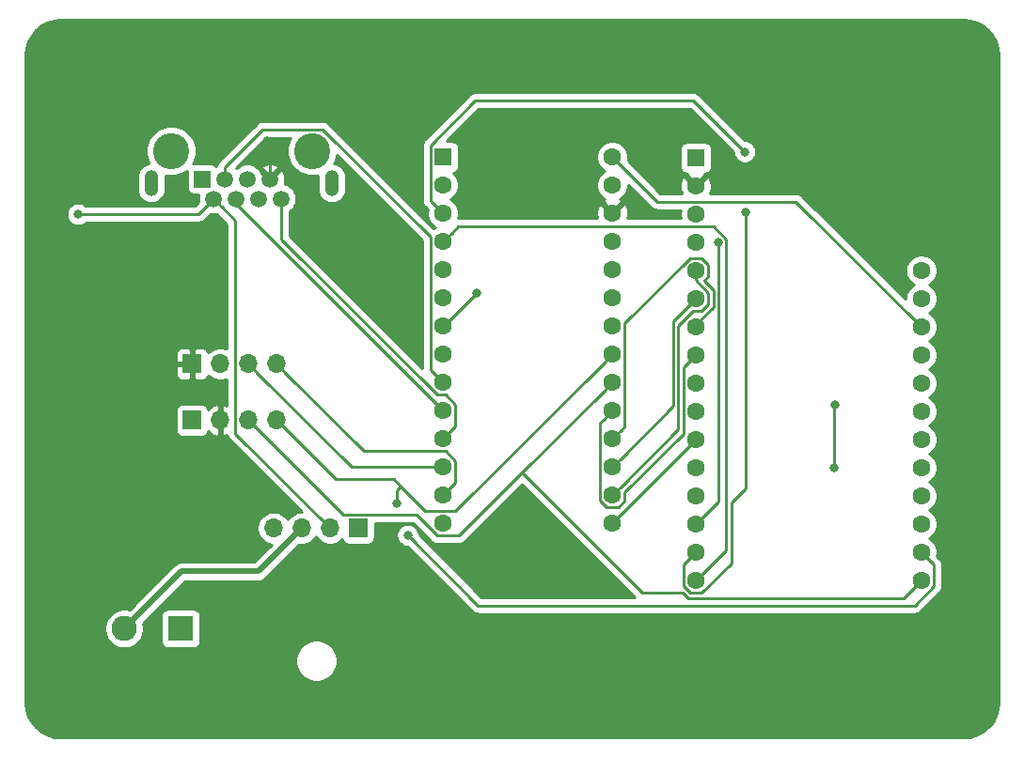
<source format=gbr>
G04 #@! TF.GenerationSoftware,KiCad,Pcbnew,(5.1.5)-3*
G04 #@! TF.CreationDate,2021-10-23T21:01:19-05:00*
G04 #@! TF.ProjectId,ControlInputTestTeensy,436f6e74-726f-46c4-996e-707574546573,rev?*
G04 #@! TF.SameCoordinates,Original*
G04 #@! TF.FileFunction,Copper,L1,Top*
G04 #@! TF.FilePolarity,Positive*
%FSLAX46Y46*%
G04 Gerber Fmt 4.6, Leading zero omitted, Abs format (unit mm)*
G04 Created by KiCad (PCBNEW (5.1.5)-3) date 2021-10-23 21:01:19*
%MOMM*%
%LPD*%
G04 APERTURE LIST*
%ADD10R,1.700000X1.700000*%
%ADD11O,1.700000X1.700000*%
%ADD12C,3.250000*%
%ADD13C,1.500000*%
%ADD14R,1.500000X1.500000*%
%ADD15O,1.259000X2.362000*%
%ADD16R,2.286000X2.286000*%
%ADD17C,2.286000*%
%ADD18C,1.600000*%
%ADD19R,1.600000X1.600000*%
%ADD20C,0.800000*%
%ADD21C,0.250000*%
%ADD22C,0.500000*%
%ADD23C,0.254000*%
G04 APERTURE END LIST*
D10*
X136000000Y-135400000D03*
D11*
X133460000Y-135400000D03*
X130920000Y-135400000D03*
X128380000Y-135400000D03*
D12*
X131848320Y-101389180D03*
X119148320Y-101389180D03*
D13*
X129059020Y-105709180D03*
X128039020Y-103929180D03*
X127029020Y-105709180D03*
X126009020Y-103929180D03*
X124999020Y-105709180D03*
X123979020Y-103929180D03*
X122969020Y-105709180D03*
D14*
X121949020Y-103929180D03*
D15*
X133628320Y-104291130D03*
X117368320Y-104291130D03*
D11*
X128650240Y-125678980D03*
X126110240Y-125678980D03*
X123570240Y-125678980D03*
D10*
X121030240Y-125678980D03*
D16*
X120010000Y-144460000D03*
D17*
X114930000Y-144460000D03*
D10*
X121030240Y-120598980D03*
D11*
X123570240Y-120598980D03*
X126110240Y-120598980D03*
X128650240Y-120598980D03*
D18*
X166397940Y-135028940D03*
X166397940Y-132488940D03*
X166397940Y-129948940D03*
X166397940Y-127408940D03*
X166397940Y-124868940D03*
X166397940Y-122328940D03*
X166397940Y-119788940D03*
X166397940Y-117248940D03*
X166397940Y-114708940D03*
X166397940Y-112168940D03*
X166397940Y-109628940D03*
X166397940Y-107088940D03*
X166397940Y-104548940D03*
D19*
X166397940Y-102008940D03*
D18*
X186697940Y-140108940D03*
X186697940Y-137568940D03*
X186697940Y-135028940D03*
X186697940Y-132488940D03*
X186697940Y-129948940D03*
X186697940Y-127408940D03*
X186697940Y-124868940D03*
X186697940Y-122328940D03*
X186697940Y-119788940D03*
X186697940Y-117248940D03*
X186697940Y-114708940D03*
X186697940Y-112168940D03*
X166397940Y-137568940D03*
X166397940Y-140108940D03*
X143637000Y-134957820D03*
X143637000Y-132417820D03*
X143637000Y-129877820D03*
X143637000Y-127337820D03*
X143637000Y-124797820D03*
X143637000Y-122257820D03*
X143637000Y-119717820D03*
X143637000Y-117177820D03*
X143637000Y-114637820D03*
X143637000Y-112097820D03*
X143637000Y-109557820D03*
X143637000Y-107017820D03*
X143637000Y-104477820D03*
D19*
X143637000Y-101937820D03*
D18*
X158877000Y-134957820D03*
X158877000Y-132417820D03*
X158877000Y-129877820D03*
X158877000Y-127337820D03*
X158877000Y-124797820D03*
X158877000Y-122257820D03*
X158877000Y-119717820D03*
X158877000Y-117177820D03*
X158877000Y-114637820D03*
X158877000Y-112097820D03*
X158877000Y-109557820D03*
X158877000Y-107017820D03*
X158877000Y-104477820D03*
X158877000Y-101937820D03*
D20*
X110769400Y-107099100D03*
X162943540Y-99202240D03*
X162854640Y-102184200D03*
X127812800Y-100528120D03*
X126133860Y-98813620D03*
X140462000Y-136032240D03*
X139463780Y-133184900D03*
X178879500Y-129951480D03*
X178965860Y-124317760D03*
X146664680Y-114223800D03*
X170802300Y-101473000D03*
X170865800Y-106895900D03*
X168391840Y-109672120D03*
D21*
X123719019Y-106459179D02*
X122969020Y-105709180D01*
X124935239Y-107675399D02*
X123719019Y-106459179D01*
X124935239Y-126875239D02*
X124935239Y-107675399D01*
X133460000Y-135400000D02*
X124935239Y-126875239D01*
X122969020Y-105709180D02*
X121579100Y-107099100D01*
X121579100Y-107099100D02*
X110769400Y-107099100D01*
X159676999Y-102737819D02*
X158877000Y-101937820D01*
X162903119Y-105963939D02*
X159676999Y-102737819D01*
X186697940Y-117248940D02*
X175412939Y-105963939D01*
X175412939Y-105963939D02*
X162903119Y-105963939D01*
X128039020Y-103929180D02*
X128039020Y-100754340D01*
X128039020Y-100754340D02*
X127812800Y-100528120D01*
D22*
X114930000Y-144460000D02*
X120083700Y-139306300D01*
X127013700Y-139306300D02*
X130920000Y-135400000D01*
X120083700Y-139306300D02*
X127013700Y-139306300D01*
D21*
X126110240Y-125678980D02*
X134647829Y-134216569D01*
X158077001Y-123057819D02*
X158877000Y-122257820D01*
X143096999Y-136082821D02*
X145051999Y-136082821D01*
X141230747Y-134216569D02*
X143096999Y-136082821D01*
X134647829Y-134216569D02*
X141230747Y-134216569D01*
X150756620Y-130398520D02*
X158077001Y-123057819D01*
X145051999Y-136082821D02*
X150756620Y-130398520D01*
X186697940Y-140108940D02*
X185069369Y-141737511D01*
X161592041Y-141233941D02*
X150756620Y-130398520D01*
X165725099Y-141737511D02*
X165221529Y-141233941D01*
X185069369Y-141737511D02*
X165725099Y-141737511D01*
X165221529Y-141233941D02*
X161592041Y-141233941D01*
X133974081Y-131002821D02*
X139209561Y-131002821D01*
X128650240Y-125678980D02*
X133974081Y-131002821D01*
X158077001Y-120517819D02*
X158877000Y-119717820D01*
X144762001Y-133832819D02*
X158077001Y-120517819D01*
X142039559Y-133832819D02*
X144762001Y-133832819D01*
X187822941Y-140648941D02*
X186107422Y-142364460D01*
X186697940Y-137568940D02*
X187822941Y-138693941D01*
X187822941Y-138693941D02*
X187822941Y-140648941D01*
X186107422Y-142364460D02*
X146794220Y-142364460D01*
X146794220Y-142364460D02*
X140462000Y-136032240D01*
X139463780Y-132003800D02*
X139821920Y-131645660D01*
X139209561Y-131002821D02*
X139821920Y-131645660D01*
X139463780Y-133184900D02*
X139463780Y-132003800D01*
X139821920Y-131645660D02*
X142039559Y-133832819D01*
X166397940Y-119788940D02*
X165272939Y-120913941D01*
X158336999Y-133542821D02*
X157751999Y-132957821D01*
X160002001Y-132957821D02*
X159417001Y-133542821D01*
X159417001Y-133542821D02*
X158336999Y-133542821D01*
X157751999Y-125922821D02*
X158077001Y-125597819D01*
X160002001Y-132139877D02*
X160002001Y-132957821D01*
X165272939Y-120913941D02*
X165272939Y-126868939D01*
X158077001Y-125597819D02*
X158877000Y-124797820D01*
X165272939Y-126868939D02*
X160002001Y-132139877D01*
X157751999Y-132957821D02*
X157751999Y-125922821D01*
X167972950Y-113982538D02*
X167124341Y-113133929D01*
X167124341Y-113107541D02*
X167522941Y-112708941D01*
X166397940Y-117010352D02*
X167972951Y-115435341D01*
X166397940Y-117248940D02*
X166397940Y-117010352D01*
X159676999Y-126537821D02*
X158877000Y-127337820D01*
X167972951Y-115435341D02*
X167972950Y-113982538D01*
X160002001Y-126212819D02*
X159676999Y-126537821D01*
X167522941Y-112708941D02*
X167522941Y-111628939D01*
X160002001Y-116899877D02*
X160002001Y-126212819D01*
X167124341Y-113133929D02*
X167124341Y-113107541D01*
X165857939Y-111043939D02*
X160002001Y-116899877D01*
X167522941Y-111628939D02*
X166937941Y-111043939D01*
X166937941Y-111043939D02*
X165857939Y-111043939D01*
X143637000Y-129877820D02*
X135389080Y-129877820D01*
X126960239Y-121448979D02*
X126110240Y-120598980D01*
X135389080Y-129877820D02*
X126960239Y-121448979D01*
X136514081Y-128462821D02*
X129500239Y-121448979D01*
X144762001Y-131292819D02*
X144762001Y-129337819D01*
X143887003Y-128462821D02*
X136514081Y-128462821D01*
X143637000Y-132417820D02*
X144762001Y-131292819D01*
X129500239Y-121448979D02*
X128650240Y-120598980D01*
X144762001Y-129337819D02*
X143887003Y-128462821D01*
X129059020Y-106769840D02*
X129059020Y-105709180D01*
X129059020Y-109344842D02*
X129059020Y-106769840D01*
X143096999Y-123382821D02*
X129059020Y-109344842D01*
X143887003Y-123382821D02*
X143096999Y-123382821D01*
X144762001Y-124257819D02*
X143887003Y-123382821D01*
X144762001Y-126212819D02*
X144762001Y-124257819D01*
X143637000Y-127337820D02*
X144762001Y-126212819D01*
X166397940Y-127436880D02*
X166397940Y-127408940D01*
X158877000Y-134957820D02*
X166397940Y-127436880D01*
X178879500Y-129951480D02*
X178879500Y-124404120D01*
X178879500Y-124404120D02*
X178965860Y-124317760D01*
X143710660Y-117177820D02*
X143637000Y-117177820D01*
X146664680Y-114223800D02*
X143710660Y-117177820D01*
X170865800Y-131833901D02*
X169595800Y-133103901D01*
X170865800Y-106895900D02*
X170865800Y-131833901D01*
X165597941Y-138368939D02*
X166397940Y-137568940D01*
X165272939Y-138693941D02*
X165597941Y-138368939D01*
X165272939Y-140648941D02*
X165272939Y-138693941D01*
X165857939Y-141233941D02*
X165272939Y-140648941D01*
X169595800Y-138576082D02*
X166937941Y-141233941D01*
X169595800Y-133103901D02*
X169595800Y-138576082D01*
X166937941Y-141233941D02*
X165857939Y-141233941D01*
X166179500Y-96850200D02*
X170802300Y-101473000D01*
X146539618Y-96850200D02*
X166179500Y-96850200D01*
X142511999Y-100877819D02*
X146539618Y-96850200D01*
X143637000Y-107017820D02*
X142511999Y-105892819D01*
X142511999Y-105892819D02*
X142511999Y-100877819D01*
X167986345Y-108213941D02*
X144980879Y-108213941D01*
X144436999Y-108757821D02*
X143637000Y-109557820D01*
X169116842Y-137390038D02*
X169116842Y-109344438D01*
X166397940Y-140108940D02*
X169116842Y-137390038D01*
X144980879Y-108213941D02*
X144436999Y-108757821D01*
X169116842Y-109344438D02*
X167986345Y-108213941D01*
X124999020Y-106159840D02*
X124999020Y-105709180D01*
X143637000Y-124797820D02*
X124999020Y-106159840D01*
X142511999Y-121132819D02*
X142837001Y-121457821D01*
X132784321Y-99439179D02*
X142511999Y-109166857D01*
X127408361Y-99439179D02*
X132784321Y-99439179D01*
X142837001Y-121457821D02*
X143637000Y-122257820D01*
X123979020Y-102868520D02*
X127408361Y-99439179D01*
X123979020Y-103929180D02*
X123979020Y-102868520D01*
X142511999Y-109166857D02*
X142511999Y-121132819D01*
X168422963Y-109703243D02*
X168391840Y-109672120D01*
X168422963Y-133003917D02*
X168422963Y-109703243D01*
X166397940Y-135028940D02*
X168422963Y-133003917D01*
X166397940Y-112168940D02*
X166397940Y-113043938D01*
X166937941Y-115833941D02*
X166147937Y-115833941D01*
X166397940Y-113043938D02*
X167522941Y-114168939D01*
X166147937Y-115833941D02*
X164822928Y-117158950D01*
X159676999Y-131617821D02*
X158877000Y-132417820D01*
X164822928Y-126471892D02*
X159676999Y-131617821D01*
X167522941Y-114168939D02*
X167522941Y-115248941D01*
X167522941Y-115248941D02*
X166937941Y-115833941D01*
X164822928Y-117158950D02*
X164822928Y-126471892D01*
X166397940Y-114708940D02*
X164372917Y-116733963D01*
X164372917Y-116733963D02*
X164372917Y-124381903D01*
X159676999Y-129077821D02*
X158877000Y-129877820D01*
X164372917Y-124381903D02*
X159676999Y-129077821D01*
D23*
G36*
X191111222Y-89623096D02*
G01*
X191699164Y-89800606D01*
X192241436Y-90088937D01*
X192717364Y-90477094D01*
X193108845Y-90950314D01*
X193400951Y-91490552D01*
X193582563Y-92077244D01*
X193650001Y-92718888D01*
X193650000Y-151097721D01*
X193586904Y-151741221D01*
X193409394Y-152329164D01*
X193121063Y-152871436D01*
X192732906Y-153347364D01*
X192259686Y-153738845D01*
X191719449Y-154030950D01*
X191132756Y-154212563D01*
X190491130Y-154280000D01*
X109252279Y-154280000D01*
X108608779Y-154216904D01*
X108020836Y-154039394D01*
X107478564Y-153751063D01*
X107002636Y-153362906D01*
X106611155Y-152889686D01*
X106319050Y-152349449D01*
X106137437Y-151762756D01*
X106070000Y-151121130D01*
X106070000Y-147173344D01*
X130343100Y-147173344D01*
X130343100Y-147544656D01*
X130415539Y-147908834D01*
X130557634Y-148251882D01*
X130763925Y-148560618D01*
X131026482Y-148823175D01*
X131335218Y-149029466D01*
X131678266Y-149171561D01*
X132042444Y-149244000D01*
X132413756Y-149244000D01*
X132777934Y-149171561D01*
X133120982Y-149029466D01*
X133429718Y-148823175D01*
X133692275Y-148560618D01*
X133898566Y-148251882D01*
X134040661Y-147908834D01*
X134113100Y-147544656D01*
X134113100Y-147173344D01*
X134040661Y-146809166D01*
X133898566Y-146466118D01*
X133692275Y-146157382D01*
X133429718Y-145894825D01*
X133120982Y-145688534D01*
X132777934Y-145546439D01*
X132413756Y-145474000D01*
X132042444Y-145474000D01*
X131678266Y-145546439D01*
X131335218Y-145688534D01*
X131026482Y-145894825D01*
X130763925Y-146157382D01*
X130557634Y-146466118D01*
X130415539Y-146809166D01*
X130343100Y-147173344D01*
X106070000Y-147173344D01*
X106070000Y-124828980D01*
X119542168Y-124828980D01*
X119542168Y-126528980D01*
X119554428Y-126653462D01*
X119590738Y-126773160D01*
X119649703Y-126883474D01*
X119729055Y-126980165D01*
X119825746Y-127059517D01*
X119936060Y-127118482D01*
X120055758Y-127154792D01*
X120180240Y-127167052D01*
X121880240Y-127167052D01*
X122004722Y-127154792D01*
X122124420Y-127118482D01*
X122234734Y-127059517D01*
X122331425Y-126980165D01*
X122410777Y-126883474D01*
X122469742Y-126773160D01*
X122494206Y-126692514D01*
X122569971Y-126776568D01*
X122803320Y-126950621D01*
X123066141Y-127075805D01*
X123213350Y-127120456D01*
X123443240Y-126999135D01*
X123443240Y-125805980D01*
X123423240Y-125805980D01*
X123423240Y-125551980D01*
X123443240Y-125551980D01*
X123443240Y-124358825D01*
X123213350Y-124237504D01*
X123066141Y-124282155D01*
X122803320Y-124407339D01*
X122569971Y-124581392D01*
X122494206Y-124665446D01*
X122469742Y-124584800D01*
X122410777Y-124474486D01*
X122331425Y-124377795D01*
X122234734Y-124298443D01*
X122124420Y-124239478D01*
X122004722Y-124203168D01*
X121880240Y-124190908D01*
X120180240Y-124190908D01*
X120055758Y-124203168D01*
X119936060Y-124239478D01*
X119825746Y-124298443D01*
X119729055Y-124377795D01*
X119649703Y-124474486D01*
X119590738Y-124584800D01*
X119554428Y-124704498D01*
X119542168Y-124828980D01*
X106070000Y-124828980D01*
X106070000Y-121448980D01*
X119542168Y-121448980D01*
X119554428Y-121573462D01*
X119590738Y-121693160D01*
X119649703Y-121803474D01*
X119729055Y-121900165D01*
X119825746Y-121979517D01*
X119936060Y-122038482D01*
X120055758Y-122074792D01*
X120180240Y-122087052D01*
X120744490Y-122083980D01*
X120903240Y-121925230D01*
X120903240Y-120725980D01*
X119703990Y-120725980D01*
X119545240Y-120884730D01*
X119542168Y-121448980D01*
X106070000Y-121448980D01*
X106070000Y-119748980D01*
X119542168Y-119748980D01*
X119545240Y-120313230D01*
X119703990Y-120471980D01*
X120903240Y-120471980D01*
X120903240Y-119272730D01*
X120744490Y-119113980D01*
X120180240Y-119110908D01*
X120055758Y-119123168D01*
X119936060Y-119159478D01*
X119825746Y-119218443D01*
X119729055Y-119297795D01*
X119649703Y-119394486D01*
X119590738Y-119504800D01*
X119554428Y-119624498D01*
X119542168Y-119748980D01*
X106070000Y-119748980D01*
X106070000Y-106997161D01*
X109734400Y-106997161D01*
X109734400Y-107201039D01*
X109774174Y-107400998D01*
X109852195Y-107589356D01*
X109965463Y-107758874D01*
X110109626Y-107903037D01*
X110279144Y-108016305D01*
X110467502Y-108094326D01*
X110667461Y-108134100D01*
X110871339Y-108134100D01*
X111071298Y-108094326D01*
X111259656Y-108016305D01*
X111429174Y-107903037D01*
X111473111Y-107859100D01*
X121541778Y-107859100D01*
X121579100Y-107862776D01*
X121616422Y-107859100D01*
X121616433Y-107859100D01*
X121728086Y-107848103D01*
X121871347Y-107804646D01*
X122003376Y-107734074D01*
X122119101Y-107639101D01*
X122142904Y-107610097D01*
X122687655Y-107065347D01*
X122832609Y-107094180D01*
X123105431Y-107094180D01*
X123250385Y-107065347D01*
X124175240Y-107990202D01*
X124175239Y-119242227D01*
X124003398Y-119171048D01*
X123716500Y-119113980D01*
X123423980Y-119113980D01*
X123137082Y-119171048D01*
X122866829Y-119282990D01*
X122623608Y-119445505D01*
X122491753Y-119577360D01*
X122469742Y-119504800D01*
X122410777Y-119394486D01*
X122331425Y-119297795D01*
X122234734Y-119218443D01*
X122124420Y-119159478D01*
X122004722Y-119123168D01*
X121880240Y-119110908D01*
X121315990Y-119113980D01*
X121157240Y-119272730D01*
X121157240Y-120471980D01*
X121177240Y-120471980D01*
X121177240Y-120725980D01*
X121157240Y-120725980D01*
X121157240Y-121925230D01*
X121315990Y-122083980D01*
X121880240Y-122087052D01*
X122004722Y-122074792D01*
X122124420Y-122038482D01*
X122234734Y-121979517D01*
X122331425Y-121900165D01*
X122410777Y-121803474D01*
X122469742Y-121693160D01*
X122491753Y-121620600D01*
X122623608Y-121752455D01*
X122866829Y-121914970D01*
X123137082Y-122026912D01*
X123423980Y-122083980D01*
X123716500Y-122083980D01*
X124003398Y-122026912D01*
X124175239Y-121955733D01*
X124175239Y-124330215D01*
X124074339Y-124282155D01*
X123927130Y-124237504D01*
X123697240Y-124358825D01*
X123697240Y-125551980D01*
X123717240Y-125551980D01*
X123717240Y-125805980D01*
X123697240Y-125805980D01*
X123697240Y-126999135D01*
X123927130Y-127120456D01*
X124074339Y-127075805D01*
X124186075Y-127022584D01*
X124186236Y-127024224D01*
X124225843Y-127154792D01*
X124229693Y-127167485D01*
X124300265Y-127299515D01*
X124340110Y-127348065D01*
X124395238Y-127415240D01*
X124424242Y-127439043D01*
X130900198Y-133915000D01*
X130773740Y-133915000D01*
X130486842Y-133972068D01*
X130216589Y-134084010D01*
X129973368Y-134246525D01*
X129766525Y-134453368D01*
X129650000Y-134627760D01*
X129533475Y-134453368D01*
X129326632Y-134246525D01*
X129083411Y-134084010D01*
X128813158Y-133972068D01*
X128526260Y-133915000D01*
X128233740Y-133915000D01*
X127946842Y-133972068D01*
X127676589Y-134084010D01*
X127433368Y-134246525D01*
X127226525Y-134453368D01*
X127064010Y-134696589D01*
X126952068Y-134966842D01*
X126895000Y-135253740D01*
X126895000Y-135546260D01*
X126952068Y-135833158D01*
X127064010Y-136103411D01*
X127226525Y-136346632D01*
X127433368Y-136553475D01*
X127676589Y-136715990D01*
X127946842Y-136827932D01*
X128191770Y-136876652D01*
X126647122Y-138421300D01*
X120127165Y-138421300D01*
X120083699Y-138417019D01*
X120040233Y-138421300D01*
X120040223Y-138421300D01*
X119910210Y-138434105D01*
X119743387Y-138484711D01*
X119589641Y-138566889D01*
X119589639Y-138566890D01*
X119589640Y-138566890D01*
X119488653Y-138649768D01*
X119488651Y-138649770D01*
X119454883Y-138677483D01*
X119427170Y-138711251D01*
X115398136Y-142740285D01*
X115105118Y-142682000D01*
X114754882Y-142682000D01*
X114411377Y-142750328D01*
X114087801Y-142884357D01*
X113796591Y-143078937D01*
X113548937Y-143326591D01*
X113354357Y-143617801D01*
X113220328Y-143941377D01*
X113152000Y-144284882D01*
X113152000Y-144635118D01*
X113220328Y-144978623D01*
X113354357Y-145302199D01*
X113548937Y-145593409D01*
X113796591Y-145841063D01*
X114087801Y-146035643D01*
X114411377Y-146169672D01*
X114754882Y-146238000D01*
X115105118Y-146238000D01*
X115448623Y-146169672D01*
X115772199Y-146035643D01*
X116063409Y-145841063D01*
X116311063Y-145593409D01*
X116505643Y-145302199D01*
X116639672Y-144978623D01*
X116708000Y-144635118D01*
X116708000Y-144284882D01*
X116649715Y-143991864D01*
X117324579Y-143317000D01*
X118228928Y-143317000D01*
X118228928Y-145603000D01*
X118241188Y-145727482D01*
X118277498Y-145847180D01*
X118336463Y-145957494D01*
X118415815Y-146054185D01*
X118512506Y-146133537D01*
X118622820Y-146192502D01*
X118742518Y-146228812D01*
X118867000Y-146241072D01*
X121153000Y-146241072D01*
X121277482Y-146228812D01*
X121397180Y-146192502D01*
X121507494Y-146133537D01*
X121604185Y-146054185D01*
X121683537Y-145957494D01*
X121742502Y-145847180D01*
X121778812Y-145727482D01*
X121791072Y-145603000D01*
X121791072Y-143317000D01*
X121778812Y-143192518D01*
X121742502Y-143072820D01*
X121683537Y-142962506D01*
X121604185Y-142865815D01*
X121507494Y-142786463D01*
X121397180Y-142727498D01*
X121277482Y-142691188D01*
X121153000Y-142678928D01*
X118867000Y-142678928D01*
X118742518Y-142691188D01*
X118622820Y-142727498D01*
X118512506Y-142786463D01*
X118415815Y-142865815D01*
X118336463Y-142962506D01*
X118277498Y-143072820D01*
X118241188Y-143192518D01*
X118228928Y-143317000D01*
X117324579Y-143317000D01*
X120450279Y-140191300D01*
X126970231Y-140191300D01*
X127013700Y-140195581D01*
X127057169Y-140191300D01*
X127057177Y-140191300D01*
X127187190Y-140178495D01*
X127354013Y-140127889D01*
X127507759Y-140045711D01*
X127642517Y-139935117D01*
X127670234Y-139901344D01*
X130701040Y-136870539D01*
X130773740Y-136885000D01*
X131066260Y-136885000D01*
X131353158Y-136827932D01*
X131623411Y-136715990D01*
X131866632Y-136553475D01*
X132073475Y-136346632D01*
X132190000Y-136172240D01*
X132306525Y-136346632D01*
X132513368Y-136553475D01*
X132756589Y-136715990D01*
X133026842Y-136827932D01*
X133313740Y-136885000D01*
X133606260Y-136885000D01*
X133893158Y-136827932D01*
X134163411Y-136715990D01*
X134406632Y-136553475D01*
X134538487Y-136421620D01*
X134560498Y-136494180D01*
X134619463Y-136604494D01*
X134698815Y-136701185D01*
X134795506Y-136780537D01*
X134905820Y-136839502D01*
X135025518Y-136875812D01*
X135150000Y-136888072D01*
X136850000Y-136888072D01*
X136974482Y-136875812D01*
X137094180Y-136839502D01*
X137204494Y-136780537D01*
X137301185Y-136701185D01*
X137380537Y-136604494D01*
X137439502Y-136494180D01*
X137475812Y-136374482D01*
X137488072Y-136250000D01*
X137488072Y-134976569D01*
X140915946Y-134976569D01*
X142533200Y-136593824D01*
X142556998Y-136622822D01*
X142585996Y-136646620D01*
X142672722Y-136717795D01*
X142742447Y-136755064D01*
X142804752Y-136788367D01*
X142948013Y-136831824D01*
X143059666Y-136842821D01*
X143059676Y-136842821D01*
X143096999Y-136846497D01*
X143134322Y-136842821D01*
X145013995Y-136842821D01*
X145050637Y-136846496D01*
X145088645Y-136842821D01*
X145089332Y-136842821D01*
X145126213Y-136839188D01*
X145199648Y-136832088D01*
X145200300Y-136831891D01*
X145200985Y-136831824D01*
X145272286Y-136810195D01*
X145342986Y-136788887D01*
X145343588Y-136788567D01*
X145344246Y-136788367D01*
X145409856Y-136753297D01*
X145475141Y-136718551D01*
X145475670Y-136718118D01*
X145476275Y-136717795D01*
X145533849Y-136670545D01*
X145561994Y-136647531D01*
X145562470Y-136647056D01*
X145592000Y-136622822D01*
X145615372Y-136594343D01*
X150755663Y-131472364D01*
X160887758Y-141604460D01*
X147109023Y-141604460D01*
X141497000Y-135992439D01*
X141497000Y-135930301D01*
X141457226Y-135730342D01*
X141379205Y-135541984D01*
X141265937Y-135372466D01*
X141121774Y-135228303D01*
X140952256Y-135115035D01*
X140763898Y-135037014D01*
X140563939Y-134997240D01*
X140360061Y-134997240D01*
X140160102Y-135037014D01*
X139971744Y-135115035D01*
X139802226Y-135228303D01*
X139658063Y-135372466D01*
X139544795Y-135541984D01*
X139466774Y-135730342D01*
X139427000Y-135930301D01*
X139427000Y-136134179D01*
X139466774Y-136334138D01*
X139544795Y-136522496D01*
X139658063Y-136692014D01*
X139802226Y-136836177D01*
X139971744Y-136949445D01*
X140160102Y-137027466D01*
X140360061Y-137067240D01*
X140422199Y-137067240D01*
X146230425Y-142875468D01*
X146254219Y-142904461D01*
X146283212Y-142928255D01*
X146283216Y-142928259D01*
X146324947Y-142962506D01*
X146369944Y-142999434D01*
X146501973Y-143070006D01*
X146645234Y-143113463D01*
X146756887Y-143124460D01*
X146756896Y-143124460D01*
X146794219Y-143128136D01*
X146831542Y-143124460D01*
X186070100Y-143124460D01*
X186107422Y-143128136D01*
X186144744Y-143124460D01*
X186144755Y-143124460D01*
X186256408Y-143113463D01*
X186399669Y-143070006D01*
X186531698Y-142999434D01*
X186647423Y-142904461D01*
X186671226Y-142875457D01*
X188333944Y-141212740D01*
X188362942Y-141188942D01*
X188457915Y-141073217D01*
X188528487Y-140941188D01*
X188571944Y-140797927D01*
X188582941Y-140686274D01*
X188582941Y-140686265D01*
X188586617Y-140648942D01*
X188582941Y-140611619D01*
X188582941Y-138731266D01*
X188586617Y-138693941D01*
X188582941Y-138656616D01*
X188582941Y-138656608D01*
X188571944Y-138544955D01*
X188528487Y-138401694D01*
X188457915Y-138269665D01*
X188362942Y-138153940D01*
X188333945Y-138130143D01*
X188096628Y-137892826D01*
X188132940Y-137710275D01*
X188132940Y-137427605D01*
X188077793Y-137150366D01*
X187969620Y-136889213D01*
X187812577Y-136654181D01*
X187612699Y-136454303D01*
X187380181Y-136298940D01*
X187612699Y-136143577D01*
X187812577Y-135943699D01*
X187969620Y-135708667D01*
X188077793Y-135447514D01*
X188132940Y-135170275D01*
X188132940Y-134887605D01*
X188077793Y-134610366D01*
X187969620Y-134349213D01*
X187812577Y-134114181D01*
X187612699Y-133914303D01*
X187380181Y-133758940D01*
X187612699Y-133603577D01*
X187812577Y-133403699D01*
X187969620Y-133168667D01*
X188077793Y-132907514D01*
X188132940Y-132630275D01*
X188132940Y-132347605D01*
X188077793Y-132070366D01*
X187969620Y-131809213D01*
X187812577Y-131574181D01*
X187612699Y-131374303D01*
X187380181Y-131218940D01*
X187612699Y-131063577D01*
X187812577Y-130863699D01*
X187969620Y-130628667D01*
X188077793Y-130367514D01*
X188132940Y-130090275D01*
X188132940Y-129807605D01*
X188077793Y-129530366D01*
X187969620Y-129269213D01*
X187812577Y-129034181D01*
X187612699Y-128834303D01*
X187380181Y-128678940D01*
X187612699Y-128523577D01*
X187812577Y-128323699D01*
X187969620Y-128088667D01*
X188077793Y-127827514D01*
X188132940Y-127550275D01*
X188132940Y-127267605D01*
X188077793Y-126990366D01*
X187969620Y-126729213D01*
X187812577Y-126494181D01*
X187612699Y-126294303D01*
X187380181Y-126138940D01*
X187612699Y-125983577D01*
X187812577Y-125783699D01*
X187969620Y-125548667D01*
X188077793Y-125287514D01*
X188132940Y-125010275D01*
X188132940Y-124727605D01*
X188077793Y-124450366D01*
X187969620Y-124189213D01*
X187812577Y-123954181D01*
X187612699Y-123754303D01*
X187380181Y-123598940D01*
X187612699Y-123443577D01*
X187812577Y-123243699D01*
X187969620Y-123008667D01*
X188077793Y-122747514D01*
X188132940Y-122470275D01*
X188132940Y-122187605D01*
X188077793Y-121910366D01*
X187969620Y-121649213D01*
X187812577Y-121414181D01*
X187612699Y-121214303D01*
X187380181Y-121058940D01*
X187612699Y-120903577D01*
X187812577Y-120703699D01*
X187969620Y-120468667D01*
X188077793Y-120207514D01*
X188132940Y-119930275D01*
X188132940Y-119647605D01*
X188077793Y-119370366D01*
X187969620Y-119109213D01*
X187812577Y-118874181D01*
X187612699Y-118674303D01*
X187380181Y-118518940D01*
X187612699Y-118363577D01*
X187812577Y-118163699D01*
X187969620Y-117928667D01*
X188077793Y-117667514D01*
X188132940Y-117390275D01*
X188132940Y-117107605D01*
X188077793Y-116830366D01*
X187969620Y-116569213D01*
X187812577Y-116334181D01*
X187612699Y-116134303D01*
X187380181Y-115978940D01*
X187612699Y-115823577D01*
X187812577Y-115623699D01*
X187969620Y-115388667D01*
X188077793Y-115127514D01*
X188132940Y-114850275D01*
X188132940Y-114567605D01*
X188077793Y-114290366D01*
X187969620Y-114029213D01*
X187812577Y-113794181D01*
X187612699Y-113594303D01*
X187380181Y-113438940D01*
X187612699Y-113283577D01*
X187812577Y-113083699D01*
X187969620Y-112848667D01*
X188077793Y-112587514D01*
X188132940Y-112310275D01*
X188132940Y-112027605D01*
X188077793Y-111750366D01*
X187969620Y-111489213D01*
X187812577Y-111254181D01*
X187612699Y-111054303D01*
X187377667Y-110897260D01*
X187116514Y-110789087D01*
X186839275Y-110733940D01*
X186556605Y-110733940D01*
X186279366Y-110789087D01*
X186018213Y-110897260D01*
X185783181Y-111054303D01*
X185583303Y-111254181D01*
X185426260Y-111489213D01*
X185318087Y-111750366D01*
X185262940Y-112027605D01*
X185262940Y-112310275D01*
X185318087Y-112587514D01*
X185426260Y-112848667D01*
X185583303Y-113083699D01*
X185783181Y-113283577D01*
X186015699Y-113438940D01*
X185783181Y-113594303D01*
X185583303Y-113794181D01*
X185426260Y-114029213D01*
X185318087Y-114290366D01*
X185262940Y-114567605D01*
X185262940Y-114739137D01*
X175976743Y-105452942D01*
X175952940Y-105423938D01*
X175837215Y-105328965D01*
X175705186Y-105258393D01*
X175561925Y-105214936D01*
X175450272Y-105203939D01*
X175450261Y-105203939D01*
X175412939Y-105200263D01*
X175375617Y-105203939D01*
X167675547Y-105203939D01*
X167755511Y-105034944D01*
X167824240Y-104760756D01*
X167838157Y-104478428D01*
X167796727Y-104198810D01*
X167701543Y-103932648D01*
X167634611Y-103807426D01*
X167390642Y-103735843D01*
X166577545Y-104548940D01*
X166591688Y-104563083D01*
X166412083Y-104742688D01*
X166397940Y-104728545D01*
X166383798Y-104742688D01*
X166204193Y-104563083D01*
X166218335Y-104548940D01*
X165405238Y-103735843D01*
X165161269Y-103807426D01*
X165040369Y-104062936D01*
X164971640Y-104337124D01*
X164957723Y-104619452D01*
X164999153Y-104899070D01*
X165094337Y-105165232D01*
X165115026Y-105203939D01*
X163217921Y-105203939D01*
X160275688Y-102261707D01*
X160312000Y-102079155D01*
X160312000Y-101796485D01*
X160256853Y-101519246D01*
X160148680Y-101258093D01*
X160115838Y-101208940D01*
X164959868Y-101208940D01*
X164959868Y-102808940D01*
X164972128Y-102933422D01*
X165008438Y-103053120D01*
X165067403Y-103163434D01*
X165146755Y-103260125D01*
X165243446Y-103339477D01*
X165353760Y-103398442D01*
X165473458Y-103434752D01*
X165597940Y-103447012D01*
X165616891Y-103447012D01*
X165584843Y-103556238D01*
X166397940Y-104369335D01*
X167211037Y-103556238D01*
X167178989Y-103447012D01*
X167197940Y-103447012D01*
X167322422Y-103434752D01*
X167442120Y-103398442D01*
X167552434Y-103339477D01*
X167649125Y-103260125D01*
X167728477Y-103163434D01*
X167787442Y-103053120D01*
X167823752Y-102933422D01*
X167836012Y-102808940D01*
X167836012Y-101208940D01*
X167823752Y-101084458D01*
X167787442Y-100964760D01*
X167728477Y-100854446D01*
X167649125Y-100757755D01*
X167552434Y-100678403D01*
X167442120Y-100619438D01*
X167322422Y-100583128D01*
X167197940Y-100570868D01*
X165597940Y-100570868D01*
X165473458Y-100583128D01*
X165353760Y-100619438D01*
X165243446Y-100678403D01*
X165146755Y-100757755D01*
X165067403Y-100854446D01*
X165008438Y-100964760D01*
X164972128Y-101084458D01*
X164959868Y-101208940D01*
X160115838Y-101208940D01*
X159991637Y-101023061D01*
X159791759Y-100823183D01*
X159556727Y-100666140D01*
X159295574Y-100557967D01*
X159018335Y-100502820D01*
X158735665Y-100502820D01*
X158458426Y-100557967D01*
X158197273Y-100666140D01*
X157962241Y-100823183D01*
X157762363Y-101023061D01*
X157605320Y-101258093D01*
X157497147Y-101519246D01*
X157442000Y-101796485D01*
X157442000Y-102079155D01*
X157497147Y-102356394D01*
X157605320Y-102617547D01*
X157762363Y-102852579D01*
X157962241Y-103052457D01*
X158194759Y-103207820D01*
X157962241Y-103363183D01*
X157762363Y-103563061D01*
X157605320Y-103798093D01*
X157497147Y-104059246D01*
X157442000Y-104336485D01*
X157442000Y-104619155D01*
X157497147Y-104896394D01*
X157605320Y-105157547D01*
X157762363Y-105392579D01*
X157962241Y-105592457D01*
X158196128Y-105748735D01*
X158135486Y-105781149D01*
X158063903Y-106025118D01*
X158877000Y-106838215D01*
X159690097Y-106025118D01*
X159618514Y-105781149D01*
X159554008Y-105750626D01*
X159556727Y-105749500D01*
X159791759Y-105592457D01*
X159991637Y-105392579D01*
X160148680Y-105157547D01*
X160256853Y-104896394D01*
X160312000Y-104619155D01*
X160312000Y-104447621D01*
X162339319Y-106474941D01*
X162363118Y-106503940D01*
X162478843Y-106598913D01*
X162610872Y-106669485D01*
X162754133Y-106712942D01*
X162865786Y-106723939D01*
X162865794Y-106723939D01*
X162903119Y-106727615D01*
X162940444Y-106723939D01*
X165007431Y-106723939D01*
X164962940Y-106947605D01*
X164962940Y-107230275D01*
X165007431Y-107453941D01*
X160247075Y-107453941D01*
X160303300Y-107229636D01*
X160317217Y-106947308D01*
X160275787Y-106667690D01*
X160180603Y-106401528D01*
X160113671Y-106276306D01*
X159869702Y-106204723D01*
X159056605Y-107017820D01*
X159070748Y-107031963D01*
X158891143Y-107211568D01*
X158877000Y-107197425D01*
X158862858Y-107211568D01*
X158683253Y-107031963D01*
X158697395Y-107017820D01*
X157884298Y-106204723D01*
X157640329Y-106276306D01*
X157519429Y-106531816D01*
X157450700Y-106806004D01*
X157436783Y-107088332D01*
X157478213Y-107367950D01*
X157508965Y-107453941D01*
X145018201Y-107453941D01*
X145009923Y-107453126D01*
X145016853Y-107436394D01*
X145072000Y-107159155D01*
X145072000Y-106876485D01*
X145016853Y-106599246D01*
X144908680Y-106338093D01*
X144751637Y-106103061D01*
X144551759Y-105903183D01*
X144319241Y-105747820D01*
X144551759Y-105592457D01*
X144751637Y-105392579D01*
X144908680Y-105157547D01*
X145016853Y-104896394D01*
X145072000Y-104619155D01*
X145072000Y-104336485D01*
X145016853Y-104059246D01*
X144908680Y-103798093D01*
X144751637Y-103563061D01*
X144553039Y-103364463D01*
X144561482Y-103363632D01*
X144681180Y-103327322D01*
X144791494Y-103268357D01*
X144888185Y-103189005D01*
X144967537Y-103092314D01*
X145026502Y-102982000D01*
X145062812Y-102862302D01*
X145075072Y-102737820D01*
X145075072Y-101137820D01*
X145062812Y-101013338D01*
X145026502Y-100893640D01*
X144967537Y-100783326D01*
X144888185Y-100686635D01*
X144791494Y-100607283D01*
X144681180Y-100548318D01*
X144561482Y-100512008D01*
X144437000Y-100499748D01*
X143964871Y-100499748D01*
X146854421Y-97610200D01*
X165864699Y-97610200D01*
X169767300Y-101512803D01*
X169767300Y-101574939D01*
X169807074Y-101774898D01*
X169885095Y-101963256D01*
X169998363Y-102132774D01*
X170142526Y-102276937D01*
X170312044Y-102390205D01*
X170500402Y-102468226D01*
X170700361Y-102508000D01*
X170904239Y-102508000D01*
X171104198Y-102468226D01*
X171292556Y-102390205D01*
X171462074Y-102276937D01*
X171606237Y-102132774D01*
X171719505Y-101963256D01*
X171797526Y-101774898D01*
X171837300Y-101574939D01*
X171837300Y-101371061D01*
X171797526Y-101171102D01*
X171719505Y-100982744D01*
X171606237Y-100813226D01*
X171462074Y-100669063D01*
X171292556Y-100555795D01*
X171104198Y-100477774D01*
X170904239Y-100438000D01*
X170842103Y-100438000D01*
X166743304Y-96339203D01*
X166719501Y-96310199D01*
X166603776Y-96215226D01*
X166471747Y-96144654D01*
X166328486Y-96101197D01*
X166216833Y-96090200D01*
X166216822Y-96090200D01*
X166179500Y-96086524D01*
X166142178Y-96090200D01*
X146576940Y-96090200D01*
X146539617Y-96086524D01*
X146502294Y-96090200D01*
X146502285Y-96090200D01*
X146390632Y-96101197D01*
X146247371Y-96144654D01*
X146115342Y-96215226D01*
X146115340Y-96215227D01*
X146115341Y-96215227D01*
X146028614Y-96286401D01*
X146028610Y-96286405D01*
X145999617Y-96310199D01*
X145975823Y-96339192D01*
X142000997Y-100314020D01*
X141971999Y-100337818D01*
X141948201Y-100366816D01*
X141948200Y-100366817D01*
X141877025Y-100453543D01*
X141806453Y-100585573D01*
X141762997Y-100728834D01*
X141748323Y-100877819D01*
X141752000Y-100915151D01*
X141751999Y-105855496D01*
X141748323Y-105892819D01*
X141751999Y-105930141D01*
X141751999Y-105930151D01*
X141762996Y-106041804D01*
X141805491Y-106181895D01*
X141806453Y-106185065D01*
X141877025Y-106317095D01*
X141908871Y-106355899D01*
X141971998Y-106432820D01*
X142001001Y-106456623D01*
X142238312Y-106693933D01*
X142202000Y-106876485D01*
X142202000Y-107159155D01*
X142257147Y-107436394D01*
X142365320Y-107697547D01*
X142522363Y-107932579D01*
X142722241Y-108132457D01*
X142954759Y-108287820D01*
X142806696Y-108386752D01*
X133348125Y-98928182D01*
X133324322Y-98899178D01*
X133208597Y-98804205D01*
X133076568Y-98733633D01*
X132933307Y-98690176D01*
X132821654Y-98679179D01*
X132821643Y-98679179D01*
X132784321Y-98675503D01*
X132746999Y-98679179D01*
X127445694Y-98679179D01*
X127408361Y-98675502D01*
X127371028Y-98679179D01*
X127259375Y-98690176D01*
X127116114Y-98733633D01*
X126984085Y-98804205D01*
X126868360Y-98899178D01*
X126844562Y-98928176D01*
X123468018Y-102304721D01*
X123439020Y-102328519D01*
X123415222Y-102357517D01*
X123415221Y-102357518D01*
X123344046Y-102444244D01*
X123273474Y-102576274D01*
X123230018Y-102719535D01*
X123225338Y-102767049D01*
X123197514Y-102785641D01*
X123150205Y-102727995D01*
X123053514Y-102648643D01*
X122943200Y-102589678D01*
X122823502Y-102553368D01*
X122699020Y-102541108D01*
X121199020Y-102541108D01*
X121089497Y-102551895D01*
X121151106Y-102459691D01*
X121321469Y-102048398D01*
X121408320Y-101611771D01*
X121408320Y-101166589D01*
X121321469Y-100729962D01*
X121151106Y-100318669D01*
X120903776Y-99948514D01*
X120588986Y-99633724D01*
X120218831Y-99386394D01*
X119807538Y-99216031D01*
X119370911Y-99129180D01*
X118925729Y-99129180D01*
X118489102Y-99216031D01*
X118077809Y-99386394D01*
X117707654Y-99633724D01*
X117392864Y-99948514D01*
X117145534Y-100318669D01*
X116975171Y-100729962D01*
X116888320Y-101166589D01*
X116888320Y-101611771D01*
X116975171Y-102048398D01*
X117145534Y-102459691D01*
X117165134Y-102489024D01*
X117120435Y-102493427D01*
X116882076Y-102565732D01*
X116662402Y-102683150D01*
X116469857Y-102841167D01*
X116311840Y-103033713D01*
X116194422Y-103253387D01*
X116122117Y-103491746D01*
X116103820Y-103677515D01*
X116103820Y-104904746D01*
X116122117Y-105090515D01*
X116194422Y-105328874D01*
X116311840Y-105548548D01*
X116469858Y-105741093D01*
X116662403Y-105899110D01*
X116882077Y-106016528D01*
X117120436Y-106088833D01*
X117368320Y-106113248D01*
X117616205Y-106088833D01*
X117854564Y-106016528D01*
X118074238Y-105899110D01*
X118266783Y-105741093D01*
X118424800Y-105548548D01*
X118542218Y-105328874D01*
X118614523Y-105090515D01*
X118632820Y-104904746D01*
X118632820Y-103677514D01*
X118624120Y-103589186D01*
X118925729Y-103649180D01*
X119370911Y-103649180D01*
X119807538Y-103562329D01*
X120218831Y-103391966D01*
X120562615Y-103162257D01*
X120560948Y-103179180D01*
X120560948Y-104679180D01*
X120573208Y-104803662D01*
X120609518Y-104923360D01*
X120668483Y-105033674D01*
X120747835Y-105130365D01*
X120844526Y-105209717D01*
X120954840Y-105268682D01*
X121074538Y-105304992D01*
X121199020Y-105317252D01*
X121634846Y-105317252D01*
X121584020Y-105572769D01*
X121584020Y-105845591D01*
X121612853Y-105990545D01*
X121264299Y-106339100D01*
X111473111Y-106339100D01*
X111429174Y-106295163D01*
X111259656Y-106181895D01*
X111071298Y-106103874D01*
X110871339Y-106064100D01*
X110667461Y-106064100D01*
X110467502Y-106103874D01*
X110279144Y-106181895D01*
X110109626Y-106295163D01*
X109965463Y-106439326D01*
X109852195Y-106608844D01*
X109774174Y-106797202D01*
X109734400Y-106997161D01*
X106070000Y-106997161D01*
X106070000Y-92742279D01*
X106133096Y-92098778D01*
X106310606Y-91510836D01*
X106598937Y-90968564D01*
X106987094Y-90492636D01*
X107460314Y-90101155D01*
X108000552Y-89809049D01*
X108587244Y-89627437D01*
X109228879Y-89560000D01*
X190467721Y-89560000D01*
X191111222Y-89623096D01*
G37*
X191111222Y-89623096D02*
X191699164Y-89800606D01*
X192241436Y-90088937D01*
X192717364Y-90477094D01*
X193108845Y-90950314D01*
X193400951Y-91490552D01*
X193582563Y-92077244D01*
X193650001Y-92718888D01*
X193650000Y-151097721D01*
X193586904Y-151741221D01*
X193409394Y-152329164D01*
X193121063Y-152871436D01*
X192732906Y-153347364D01*
X192259686Y-153738845D01*
X191719449Y-154030950D01*
X191132756Y-154212563D01*
X190491130Y-154280000D01*
X109252279Y-154280000D01*
X108608779Y-154216904D01*
X108020836Y-154039394D01*
X107478564Y-153751063D01*
X107002636Y-153362906D01*
X106611155Y-152889686D01*
X106319050Y-152349449D01*
X106137437Y-151762756D01*
X106070000Y-151121130D01*
X106070000Y-147173344D01*
X130343100Y-147173344D01*
X130343100Y-147544656D01*
X130415539Y-147908834D01*
X130557634Y-148251882D01*
X130763925Y-148560618D01*
X131026482Y-148823175D01*
X131335218Y-149029466D01*
X131678266Y-149171561D01*
X132042444Y-149244000D01*
X132413756Y-149244000D01*
X132777934Y-149171561D01*
X133120982Y-149029466D01*
X133429718Y-148823175D01*
X133692275Y-148560618D01*
X133898566Y-148251882D01*
X134040661Y-147908834D01*
X134113100Y-147544656D01*
X134113100Y-147173344D01*
X134040661Y-146809166D01*
X133898566Y-146466118D01*
X133692275Y-146157382D01*
X133429718Y-145894825D01*
X133120982Y-145688534D01*
X132777934Y-145546439D01*
X132413756Y-145474000D01*
X132042444Y-145474000D01*
X131678266Y-145546439D01*
X131335218Y-145688534D01*
X131026482Y-145894825D01*
X130763925Y-146157382D01*
X130557634Y-146466118D01*
X130415539Y-146809166D01*
X130343100Y-147173344D01*
X106070000Y-147173344D01*
X106070000Y-124828980D01*
X119542168Y-124828980D01*
X119542168Y-126528980D01*
X119554428Y-126653462D01*
X119590738Y-126773160D01*
X119649703Y-126883474D01*
X119729055Y-126980165D01*
X119825746Y-127059517D01*
X119936060Y-127118482D01*
X120055758Y-127154792D01*
X120180240Y-127167052D01*
X121880240Y-127167052D01*
X122004722Y-127154792D01*
X122124420Y-127118482D01*
X122234734Y-127059517D01*
X122331425Y-126980165D01*
X122410777Y-126883474D01*
X122469742Y-126773160D01*
X122494206Y-126692514D01*
X122569971Y-126776568D01*
X122803320Y-126950621D01*
X123066141Y-127075805D01*
X123213350Y-127120456D01*
X123443240Y-126999135D01*
X123443240Y-125805980D01*
X123423240Y-125805980D01*
X123423240Y-125551980D01*
X123443240Y-125551980D01*
X123443240Y-124358825D01*
X123213350Y-124237504D01*
X123066141Y-124282155D01*
X122803320Y-124407339D01*
X122569971Y-124581392D01*
X122494206Y-124665446D01*
X122469742Y-124584800D01*
X122410777Y-124474486D01*
X122331425Y-124377795D01*
X122234734Y-124298443D01*
X122124420Y-124239478D01*
X122004722Y-124203168D01*
X121880240Y-124190908D01*
X120180240Y-124190908D01*
X120055758Y-124203168D01*
X119936060Y-124239478D01*
X119825746Y-124298443D01*
X119729055Y-124377795D01*
X119649703Y-124474486D01*
X119590738Y-124584800D01*
X119554428Y-124704498D01*
X119542168Y-124828980D01*
X106070000Y-124828980D01*
X106070000Y-121448980D01*
X119542168Y-121448980D01*
X119554428Y-121573462D01*
X119590738Y-121693160D01*
X119649703Y-121803474D01*
X119729055Y-121900165D01*
X119825746Y-121979517D01*
X119936060Y-122038482D01*
X120055758Y-122074792D01*
X120180240Y-122087052D01*
X120744490Y-122083980D01*
X120903240Y-121925230D01*
X120903240Y-120725980D01*
X119703990Y-120725980D01*
X119545240Y-120884730D01*
X119542168Y-121448980D01*
X106070000Y-121448980D01*
X106070000Y-119748980D01*
X119542168Y-119748980D01*
X119545240Y-120313230D01*
X119703990Y-120471980D01*
X120903240Y-120471980D01*
X120903240Y-119272730D01*
X120744490Y-119113980D01*
X120180240Y-119110908D01*
X120055758Y-119123168D01*
X119936060Y-119159478D01*
X119825746Y-119218443D01*
X119729055Y-119297795D01*
X119649703Y-119394486D01*
X119590738Y-119504800D01*
X119554428Y-119624498D01*
X119542168Y-119748980D01*
X106070000Y-119748980D01*
X106070000Y-106997161D01*
X109734400Y-106997161D01*
X109734400Y-107201039D01*
X109774174Y-107400998D01*
X109852195Y-107589356D01*
X109965463Y-107758874D01*
X110109626Y-107903037D01*
X110279144Y-108016305D01*
X110467502Y-108094326D01*
X110667461Y-108134100D01*
X110871339Y-108134100D01*
X111071298Y-108094326D01*
X111259656Y-108016305D01*
X111429174Y-107903037D01*
X111473111Y-107859100D01*
X121541778Y-107859100D01*
X121579100Y-107862776D01*
X121616422Y-107859100D01*
X121616433Y-107859100D01*
X121728086Y-107848103D01*
X121871347Y-107804646D01*
X122003376Y-107734074D01*
X122119101Y-107639101D01*
X122142904Y-107610097D01*
X122687655Y-107065347D01*
X122832609Y-107094180D01*
X123105431Y-107094180D01*
X123250385Y-107065347D01*
X124175240Y-107990202D01*
X124175239Y-119242227D01*
X124003398Y-119171048D01*
X123716500Y-119113980D01*
X123423980Y-119113980D01*
X123137082Y-119171048D01*
X122866829Y-119282990D01*
X122623608Y-119445505D01*
X122491753Y-119577360D01*
X122469742Y-119504800D01*
X122410777Y-119394486D01*
X122331425Y-119297795D01*
X122234734Y-119218443D01*
X122124420Y-119159478D01*
X122004722Y-119123168D01*
X121880240Y-119110908D01*
X121315990Y-119113980D01*
X121157240Y-119272730D01*
X121157240Y-120471980D01*
X121177240Y-120471980D01*
X121177240Y-120725980D01*
X121157240Y-120725980D01*
X121157240Y-121925230D01*
X121315990Y-122083980D01*
X121880240Y-122087052D01*
X122004722Y-122074792D01*
X122124420Y-122038482D01*
X122234734Y-121979517D01*
X122331425Y-121900165D01*
X122410777Y-121803474D01*
X122469742Y-121693160D01*
X122491753Y-121620600D01*
X122623608Y-121752455D01*
X122866829Y-121914970D01*
X123137082Y-122026912D01*
X123423980Y-122083980D01*
X123716500Y-122083980D01*
X124003398Y-122026912D01*
X124175239Y-121955733D01*
X124175239Y-124330215D01*
X124074339Y-124282155D01*
X123927130Y-124237504D01*
X123697240Y-124358825D01*
X123697240Y-125551980D01*
X123717240Y-125551980D01*
X123717240Y-125805980D01*
X123697240Y-125805980D01*
X123697240Y-126999135D01*
X123927130Y-127120456D01*
X124074339Y-127075805D01*
X124186075Y-127022584D01*
X124186236Y-127024224D01*
X124225843Y-127154792D01*
X124229693Y-127167485D01*
X124300265Y-127299515D01*
X124340110Y-127348065D01*
X124395238Y-127415240D01*
X124424242Y-127439043D01*
X130900198Y-133915000D01*
X130773740Y-133915000D01*
X130486842Y-133972068D01*
X130216589Y-134084010D01*
X129973368Y-134246525D01*
X129766525Y-134453368D01*
X129650000Y-134627760D01*
X129533475Y-134453368D01*
X129326632Y-134246525D01*
X129083411Y-134084010D01*
X128813158Y-133972068D01*
X128526260Y-133915000D01*
X128233740Y-133915000D01*
X127946842Y-133972068D01*
X127676589Y-134084010D01*
X127433368Y-134246525D01*
X127226525Y-134453368D01*
X127064010Y-134696589D01*
X126952068Y-134966842D01*
X126895000Y-135253740D01*
X126895000Y-135546260D01*
X126952068Y-135833158D01*
X127064010Y-136103411D01*
X127226525Y-136346632D01*
X127433368Y-136553475D01*
X127676589Y-136715990D01*
X127946842Y-136827932D01*
X128191770Y-136876652D01*
X126647122Y-138421300D01*
X120127165Y-138421300D01*
X120083699Y-138417019D01*
X120040233Y-138421300D01*
X120040223Y-138421300D01*
X119910210Y-138434105D01*
X119743387Y-138484711D01*
X119589641Y-138566889D01*
X119589639Y-138566890D01*
X119589640Y-138566890D01*
X119488653Y-138649768D01*
X119488651Y-138649770D01*
X119454883Y-138677483D01*
X119427170Y-138711251D01*
X115398136Y-142740285D01*
X115105118Y-142682000D01*
X114754882Y-142682000D01*
X114411377Y-142750328D01*
X114087801Y-142884357D01*
X113796591Y-143078937D01*
X113548937Y-143326591D01*
X113354357Y-143617801D01*
X113220328Y-143941377D01*
X113152000Y-144284882D01*
X113152000Y-144635118D01*
X113220328Y-144978623D01*
X113354357Y-145302199D01*
X113548937Y-145593409D01*
X113796591Y-145841063D01*
X114087801Y-146035643D01*
X114411377Y-146169672D01*
X114754882Y-146238000D01*
X115105118Y-146238000D01*
X115448623Y-146169672D01*
X115772199Y-146035643D01*
X116063409Y-145841063D01*
X116311063Y-145593409D01*
X116505643Y-145302199D01*
X116639672Y-144978623D01*
X116708000Y-144635118D01*
X116708000Y-144284882D01*
X116649715Y-143991864D01*
X117324579Y-143317000D01*
X118228928Y-143317000D01*
X118228928Y-145603000D01*
X118241188Y-145727482D01*
X118277498Y-145847180D01*
X118336463Y-145957494D01*
X118415815Y-146054185D01*
X118512506Y-146133537D01*
X118622820Y-146192502D01*
X118742518Y-146228812D01*
X118867000Y-146241072D01*
X121153000Y-146241072D01*
X121277482Y-146228812D01*
X121397180Y-146192502D01*
X121507494Y-146133537D01*
X121604185Y-146054185D01*
X121683537Y-145957494D01*
X121742502Y-145847180D01*
X121778812Y-145727482D01*
X121791072Y-145603000D01*
X121791072Y-143317000D01*
X121778812Y-143192518D01*
X121742502Y-143072820D01*
X121683537Y-142962506D01*
X121604185Y-142865815D01*
X121507494Y-142786463D01*
X121397180Y-142727498D01*
X121277482Y-142691188D01*
X121153000Y-142678928D01*
X118867000Y-142678928D01*
X118742518Y-142691188D01*
X118622820Y-142727498D01*
X118512506Y-142786463D01*
X118415815Y-142865815D01*
X118336463Y-142962506D01*
X118277498Y-143072820D01*
X118241188Y-143192518D01*
X118228928Y-143317000D01*
X117324579Y-143317000D01*
X120450279Y-140191300D01*
X126970231Y-140191300D01*
X127013700Y-140195581D01*
X127057169Y-140191300D01*
X127057177Y-140191300D01*
X127187190Y-140178495D01*
X127354013Y-140127889D01*
X127507759Y-140045711D01*
X127642517Y-139935117D01*
X127670234Y-139901344D01*
X130701040Y-136870539D01*
X130773740Y-136885000D01*
X131066260Y-136885000D01*
X131353158Y-136827932D01*
X131623411Y-136715990D01*
X131866632Y-136553475D01*
X132073475Y-136346632D01*
X132190000Y-136172240D01*
X132306525Y-136346632D01*
X132513368Y-136553475D01*
X132756589Y-136715990D01*
X133026842Y-136827932D01*
X133313740Y-136885000D01*
X133606260Y-136885000D01*
X133893158Y-136827932D01*
X134163411Y-136715990D01*
X134406632Y-136553475D01*
X134538487Y-136421620D01*
X134560498Y-136494180D01*
X134619463Y-136604494D01*
X134698815Y-136701185D01*
X134795506Y-136780537D01*
X134905820Y-136839502D01*
X135025518Y-136875812D01*
X135150000Y-136888072D01*
X136850000Y-136888072D01*
X136974482Y-136875812D01*
X137094180Y-136839502D01*
X137204494Y-136780537D01*
X137301185Y-136701185D01*
X137380537Y-136604494D01*
X137439502Y-136494180D01*
X137475812Y-136374482D01*
X137488072Y-136250000D01*
X137488072Y-134976569D01*
X140915946Y-134976569D01*
X142533200Y-136593824D01*
X142556998Y-136622822D01*
X142585996Y-136646620D01*
X142672722Y-136717795D01*
X142742447Y-136755064D01*
X142804752Y-136788367D01*
X142948013Y-136831824D01*
X143059666Y-136842821D01*
X143059676Y-136842821D01*
X143096999Y-136846497D01*
X143134322Y-136842821D01*
X145013995Y-136842821D01*
X145050637Y-136846496D01*
X145088645Y-136842821D01*
X145089332Y-136842821D01*
X145126213Y-136839188D01*
X145199648Y-136832088D01*
X145200300Y-136831891D01*
X145200985Y-136831824D01*
X145272286Y-136810195D01*
X145342986Y-136788887D01*
X145343588Y-136788567D01*
X145344246Y-136788367D01*
X145409856Y-136753297D01*
X145475141Y-136718551D01*
X145475670Y-136718118D01*
X145476275Y-136717795D01*
X145533849Y-136670545D01*
X145561994Y-136647531D01*
X145562470Y-136647056D01*
X145592000Y-136622822D01*
X145615372Y-136594343D01*
X150755663Y-131472364D01*
X160887758Y-141604460D01*
X147109023Y-141604460D01*
X141497000Y-135992439D01*
X141497000Y-135930301D01*
X141457226Y-135730342D01*
X141379205Y-135541984D01*
X141265937Y-135372466D01*
X141121774Y-135228303D01*
X140952256Y-135115035D01*
X140763898Y-135037014D01*
X140563939Y-134997240D01*
X140360061Y-134997240D01*
X140160102Y-135037014D01*
X139971744Y-135115035D01*
X139802226Y-135228303D01*
X139658063Y-135372466D01*
X139544795Y-135541984D01*
X139466774Y-135730342D01*
X139427000Y-135930301D01*
X139427000Y-136134179D01*
X139466774Y-136334138D01*
X139544795Y-136522496D01*
X139658063Y-136692014D01*
X139802226Y-136836177D01*
X139971744Y-136949445D01*
X140160102Y-137027466D01*
X140360061Y-137067240D01*
X140422199Y-137067240D01*
X146230425Y-142875468D01*
X146254219Y-142904461D01*
X146283212Y-142928255D01*
X146283216Y-142928259D01*
X146324947Y-142962506D01*
X146369944Y-142999434D01*
X146501973Y-143070006D01*
X146645234Y-143113463D01*
X146756887Y-143124460D01*
X146756896Y-143124460D01*
X146794219Y-143128136D01*
X146831542Y-143124460D01*
X186070100Y-143124460D01*
X186107422Y-143128136D01*
X186144744Y-143124460D01*
X186144755Y-143124460D01*
X186256408Y-143113463D01*
X186399669Y-143070006D01*
X186531698Y-142999434D01*
X186647423Y-142904461D01*
X186671226Y-142875457D01*
X188333944Y-141212740D01*
X188362942Y-141188942D01*
X188457915Y-141073217D01*
X188528487Y-140941188D01*
X188571944Y-140797927D01*
X188582941Y-140686274D01*
X188582941Y-140686265D01*
X188586617Y-140648942D01*
X188582941Y-140611619D01*
X188582941Y-138731266D01*
X188586617Y-138693941D01*
X188582941Y-138656616D01*
X188582941Y-138656608D01*
X188571944Y-138544955D01*
X188528487Y-138401694D01*
X188457915Y-138269665D01*
X188362942Y-138153940D01*
X188333945Y-138130143D01*
X188096628Y-137892826D01*
X188132940Y-137710275D01*
X188132940Y-137427605D01*
X188077793Y-137150366D01*
X187969620Y-136889213D01*
X187812577Y-136654181D01*
X187612699Y-136454303D01*
X187380181Y-136298940D01*
X187612699Y-136143577D01*
X187812577Y-135943699D01*
X187969620Y-135708667D01*
X188077793Y-135447514D01*
X188132940Y-135170275D01*
X188132940Y-134887605D01*
X188077793Y-134610366D01*
X187969620Y-134349213D01*
X187812577Y-134114181D01*
X187612699Y-133914303D01*
X187380181Y-133758940D01*
X187612699Y-133603577D01*
X187812577Y-133403699D01*
X187969620Y-133168667D01*
X188077793Y-132907514D01*
X188132940Y-132630275D01*
X188132940Y-132347605D01*
X188077793Y-132070366D01*
X187969620Y-131809213D01*
X187812577Y-131574181D01*
X187612699Y-131374303D01*
X187380181Y-131218940D01*
X187612699Y-131063577D01*
X187812577Y-130863699D01*
X187969620Y-130628667D01*
X188077793Y-130367514D01*
X188132940Y-130090275D01*
X188132940Y-129807605D01*
X188077793Y-129530366D01*
X187969620Y-129269213D01*
X187812577Y-129034181D01*
X187612699Y-128834303D01*
X187380181Y-128678940D01*
X187612699Y-128523577D01*
X187812577Y-128323699D01*
X187969620Y-128088667D01*
X188077793Y-127827514D01*
X188132940Y-127550275D01*
X188132940Y-127267605D01*
X188077793Y-126990366D01*
X187969620Y-126729213D01*
X187812577Y-126494181D01*
X187612699Y-126294303D01*
X187380181Y-126138940D01*
X187612699Y-125983577D01*
X187812577Y-125783699D01*
X187969620Y-125548667D01*
X188077793Y-125287514D01*
X188132940Y-125010275D01*
X188132940Y-124727605D01*
X188077793Y-124450366D01*
X187969620Y-124189213D01*
X187812577Y-123954181D01*
X187612699Y-123754303D01*
X187380181Y-123598940D01*
X187612699Y-123443577D01*
X187812577Y-123243699D01*
X187969620Y-123008667D01*
X188077793Y-122747514D01*
X188132940Y-122470275D01*
X188132940Y-122187605D01*
X188077793Y-121910366D01*
X187969620Y-121649213D01*
X187812577Y-121414181D01*
X187612699Y-121214303D01*
X187380181Y-121058940D01*
X187612699Y-120903577D01*
X187812577Y-120703699D01*
X187969620Y-120468667D01*
X188077793Y-120207514D01*
X188132940Y-119930275D01*
X188132940Y-119647605D01*
X188077793Y-119370366D01*
X187969620Y-119109213D01*
X187812577Y-118874181D01*
X187612699Y-118674303D01*
X187380181Y-118518940D01*
X187612699Y-118363577D01*
X187812577Y-118163699D01*
X187969620Y-117928667D01*
X188077793Y-117667514D01*
X188132940Y-117390275D01*
X188132940Y-117107605D01*
X188077793Y-116830366D01*
X187969620Y-116569213D01*
X187812577Y-116334181D01*
X187612699Y-116134303D01*
X187380181Y-115978940D01*
X187612699Y-115823577D01*
X187812577Y-115623699D01*
X187969620Y-115388667D01*
X188077793Y-115127514D01*
X188132940Y-114850275D01*
X188132940Y-114567605D01*
X188077793Y-114290366D01*
X187969620Y-114029213D01*
X187812577Y-113794181D01*
X187612699Y-113594303D01*
X187380181Y-113438940D01*
X187612699Y-113283577D01*
X187812577Y-113083699D01*
X187969620Y-112848667D01*
X188077793Y-112587514D01*
X188132940Y-112310275D01*
X188132940Y-112027605D01*
X188077793Y-111750366D01*
X187969620Y-111489213D01*
X187812577Y-111254181D01*
X187612699Y-111054303D01*
X187377667Y-110897260D01*
X187116514Y-110789087D01*
X186839275Y-110733940D01*
X186556605Y-110733940D01*
X186279366Y-110789087D01*
X186018213Y-110897260D01*
X185783181Y-111054303D01*
X185583303Y-111254181D01*
X185426260Y-111489213D01*
X185318087Y-111750366D01*
X185262940Y-112027605D01*
X185262940Y-112310275D01*
X185318087Y-112587514D01*
X185426260Y-112848667D01*
X185583303Y-113083699D01*
X185783181Y-113283577D01*
X186015699Y-113438940D01*
X185783181Y-113594303D01*
X185583303Y-113794181D01*
X185426260Y-114029213D01*
X185318087Y-114290366D01*
X185262940Y-114567605D01*
X185262940Y-114739137D01*
X175976743Y-105452942D01*
X175952940Y-105423938D01*
X175837215Y-105328965D01*
X175705186Y-105258393D01*
X175561925Y-105214936D01*
X175450272Y-105203939D01*
X175450261Y-105203939D01*
X175412939Y-105200263D01*
X175375617Y-105203939D01*
X167675547Y-105203939D01*
X167755511Y-105034944D01*
X167824240Y-104760756D01*
X167838157Y-104478428D01*
X167796727Y-104198810D01*
X167701543Y-103932648D01*
X167634611Y-103807426D01*
X167390642Y-103735843D01*
X166577545Y-104548940D01*
X166591688Y-104563083D01*
X166412083Y-104742688D01*
X166397940Y-104728545D01*
X166383798Y-104742688D01*
X166204193Y-104563083D01*
X166218335Y-104548940D01*
X165405238Y-103735843D01*
X165161269Y-103807426D01*
X165040369Y-104062936D01*
X164971640Y-104337124D01*
X164957723Y-104619452D01*
X164999153Y-104899070D01*
X165094337Y-105165232D01*
X165115026Y-105203939D01*
X163217921Y-105203939D01*
X160275688Y-102261707D01*
X160312000Y-102079155D01*
X160312000Y-101796485D01*
X160256853Y-101519246D01*
X160148680Y-101258093D01*
X160115838Y-101208940D01*
X164959868Y-101208940D01*
X164959868Y-102808940D01*
X164972128Y-102933422D01*
X165008438Y-103053120D01*
X165067403Y-103163434D01*
X165146755Y-103260125D01*
X165243446Y-103339477D01*
X165353760Y-103398442D01*
X165473458Y-103434752D01*
X165597940Y-103447012D01*
X165616891Y-103447012D01*
X165584843Y-103556238D01*
X166397940Y-104369335D01*
X167211037Y-103556238D01*
X167178989Y-103447012D01*
X167197940Y-103447012D01*
X167322422Y-103434752D01*
X167442120Y-103398442D01*
X167552434Y-103339477D01*
X167649125Y-103260125D01*
X167728477Y-103163434D01*
X167787442Y-103053120D01*
X167823752Y-102933422D01*
X167836012Y-102808940D01*
X167836012Y-101208940D01*
X167823752Y-101084458D01*
X167787442Y-100964760D01*
X167728477Y-100854446D01*
X167649125Y-100757755D01*
X167552434Y-100678403D01*
X167442120Y-100619438D01*
X167322422Y-100583128D01*
X167197940Y-100570868D01*
X165597940Y-100570868D01*
X165473458Y-100583128D01*
X165353760Y-100619438D01*
X165243446Y-100678403D01*
X165146755Y-100757755D01*
X165067403Y-100854446D01*
X165008438Y-100964760D01*
X164972128Y-101084458D01*
X164959868Y-101208940D01*
X160115838Y-101208940D01*
X159991637Y-101023061D01*
X159791759Y-100823183D01*
X159556727Y-100666140D01*
X159295574Y-100557967D01*
X159018335Y-100502820D01*
X158735665Y-100502820D01*
X158458426Y-100557967D01*
X158197273Y-100666140D01*
X157962241Y-100823183D01*
X157762363Y-101023061D01*
X157605320Y-101258093D01*
X157497147Y-101519246D01*
X157442000Y-101796485D01*
X157442000Y-102079155D01*
X157497147Y-102356394D01*
X157605320Y-102617547D01*
X157762363Y-102852579D01*
X157962241Y-103052457D01*
X158194759Y-103207820D01*
X157962241Y-103363183D01*
X157762363Y-103563061D01*
X157605320Y-103798093D01*
X157497147Y-104059246D01*
X157442000Y-104336485D01*
X157442000Y-104619155D01*
X157497147Y-104896394D01*
X157605320Y-105157547D01*
X157762363Y-105392579D01*
X157962241Y-105592457D01*
X158196128Y-105748735D01*
X158135486Y-105781149D01*
X158063903Y-106025118D01*
X158877000Y-106838215D01*
X159690097Y-106025118D01*
X159618514Y-105781149D01*
X159554008Y-105750626D01*
X159556727Y-105749500D01*
X159791759Y-105592457D01*
X159991637Y-105392579D01*
X160148680Y-105157547D01*
X160256853Y-104896394D01*
X160312000Y-104619155D01*
X160312000Y-104447621D01*
X162339319Y-106474941D01*
X162363118Y-106503940D01*
X162478843Y-106598913D01*
X162610872Y-106669485D01*
X162754133Y-106712942D01*
X162865786Y-106723939D01*
X162865794Y-106723939D01*
X162903119Y-106727615D01*
X162940444Y-106723939D01*
X165007431Y-106723939D01*
X164962940Y-106947605D01*
X164962940Y-107230275D01*
X165007431Y-107453941D01*
X160247075Y-107453941D01*
X160303300Y-107229636D01*
X160317217Y-106947308D01*
X160275787Y-106667690D01*
X160180603Y-106401528D01*
X160113671Y-106276306D01*
X159869702Y-106204723D01*
X159056605Y-107017820D01*
X159070748Y-107031963D01*
X158891143Y-107211568D01*
X158877000Y-107197425D01*
X158862858Y-107211568D01*
X158683253Y-107031963D01*
X158697395Y-107017820D01*
X157884298Y-106204723D01*
X157640329Y-106276306D01*
X157519429Y-106531816D01*
X157450700Y-106806004D01*
X157436783Y-107088332D01*
X157478213Y-107367950D01*
X157508965Y-107453941D01*
X145018201Y-107453941D01*
X145009923Y-107453126D01*
X145016853Y-107436394D01*
X145072000Y-107159155D01*
X145072000Y-106876485D01*
X145016853Y-106599246D01*
X144908680Y-106338093D01*
X144751637Y-106103061D01*
X144551759Y-105903183D01*
X144319241Y-105747820D01*
X144551759Y-105592457D01*
X144751637Y-105392579D01*
X144908680Y-105157547D01*
X145016853Y-104896394D01*
X145072000Y-104619155D01*
X145072000Y-104336485D01*
X145016853Y-104059246D01*
X144908680Y-103798093D01*
X144751637Y-103563061D01*
X144553039Y-103364463D01*
X144561482Y-103363632D01*
X144681180Y-103327322D01*
X144791494Y-103268357D01*
X144888185Y-103189005D01*
X144967537Y-103092314D01*
X145026502Y-102982000D01*
X145062812Y-102862302D01*
X145075072Y-102737820D01*
X145075072Y-101137820D01*
X145062812Y-101013338D01*
X145026502Y-100893640D01*
X144967537Y-100783326D01*
X144888185Y-100686635D01*
X144791494Y-100607283D01*
X144681180Y-100548318D01*
X144561482Y-100512008D01*
X144437000Y-100499748D01*
X143964871Y-100499748D01*
X146854421Y-97610200D01*
X165864699Y-97610200D01*
X169767300Y-101512803D01*
X169767300Y-101574939D01*
X169807074Y-101774898D01*
X169885095Y-101963256D01*
X169998363Y-102132774D01*
X170142526Y-102276937D01*
X170312044Y-102390205D01*
X170500402Y-102468226D01*
X170700361Y-102508000D01*
X170904239Y-102508000D01*
X171104198Y-102468226D01*
X171292556Y-102390205D01*
X171462074Y-102276937D01*
X171606237Y-102132774D01*
X171719505Y-101963256D01*
X171797526Y-101774898D01*
X171837300Y-101574939D01*
X171837300Y-101371061D01*
X171797526Y-101171102D01*
X171719505Y-100982744D01*
X171606237Y-100813226D01*
X171462074Y-100669063D01*
X171292556Y-100555795D01*
X171104198Y-100477774D01*
X170904239Y-100438000D01*
X170842103Y-100438000D01*
X166743304Y-96339203D01*
X166719501Y-96310199D01*
X166603776Y-96215226D01*
X166471747Y-96144654D01*
X166328486Y-96101197D01*
X166216833Y-96090200D01*
X166216822Y-96090200D01*
X166179500Y-96086524D01*
X166142178Y-96090200D01*
X146576940Y-96090200D01*
X146539617Y-96086524D01*
X146502294Y-96090200D01*
X146502285Y-96090200D01*
X146390632Y-96101197D01*
X146247371Y-96144654D01*
X146115342Y-96215226D01*
X146115340Y-96215227D01*
X146115341Y-96215227D01*
X146028614Y-96286401D01*
X146028610Y-96286405D01*
X145999617Y-96310199D01*
X145975823Y-96339192D01*
X142000997Y-100314020D01*
X141971999Y-100337818D01*
X141948201Y-100366816D01*
X141948200Y-100366817D01*
X141877025Y-100453543D01*
X141806453Y-100585573D01*
X141762997Y-100728834D01*
X141748323Y-100877819D01*
X141752000Y-100915151D01*
X141751999Y-105855496D01*
X141748323Y-105892819D01*
X141751999Y-105930141D01*
X141751999Y-105930151D01*
X141762996Y-106041804D01*
X141805491Y-106181895D01*
X141806453Y-106185065D01*
X141877025Y-106317095D01*
X141908871Y-106355899D01*
X141971998Y-106432820D01*
X142001001Y-106456623D01*
X142238312Y-106693933D01*
X142202000Y-106876485D01*
X142202000Y-107159155D01*
X142257147Y-107436394D01*
X142365320Y-107697547D01*
X142522363Y-107932579D01*
X142722241Y-108132457D01*
X142954759Y-108287820D01*
X142806696Y-108386752D01*
X133348125Y-98928182D01*
X133324322Y-98899178D01*
X133208597Y-98804205D01*
X133076568Y-98733633D01*
X132933307Y-98690176D01*
X132821654Y-98679179D01*
X132821643Y-98679179D01*
X132784321Y-98675503D01*
X132746999Y-98679179D01*
X127445694Y-98679179D01*
X127408361Y-98675502D01*
X127371028Y-98679179D01*
X127259375Y-98690176D01*
X127116114Y-98733633D01*
X126984085Y-98804205D01*
X126868360Y-98899178D01*
X126844562Y-98928176D01*
X123468018Y-102304721D01*
X123439020Y-102328519D01*
X123415222Y-102357517D01*
X123415221Y-102357518D01*
X123344046Y-102444244D01*
X123273474Y-102576274D01*
X123230018Y-102719535D01*
X123225338Y-102767049D01*
X123197514Y-102785641D01*
X123150205Y-102727995D01*
X123053514Y-102648643D01*
X122943200Y-102589678D01*
X122823502Y-102553368D01*
X122699020Y-102541108D01*
X121199020Y-102541108D01*
X121089497Y-102551895D01*
X121151106Y-102459691D01*
X121321469Y-102048398D01*
X121408320Y-101611771D01*
X121408320Y-101166589D01*
X121321469Y-100729962D01*
X121151106Y-100318669D01*
X120903776Y-99948514D01*
X120588986Y-99633724D01*
X120218831Y-99386394D01*
X119807538Y-99216031D01*
X119370911Y-99129180D01*
X118925729Y-99129180D01*
X118489102Y-99216031D01*
X118077809Y-99386394D01*
X117707654Y-99633724D01*
X117392864Y-99948514D01*
X117145534Y-100318669D01*
X116975171Y-100729962D01*
X116888320Y-101166589D01*
X116888320Y-101611771D01*
X116975171Y-102048398D01*
X117145534Y-102459691D01*
X117165134Y-102489024D01*
X117120435Y-102493427D01*
X116882076Y-102565732D01*
X116662402Y-102683150D01*
X116469857Y-102841167D01*
X116311840Y-103033713D01*
X116194422Y-103253387D01*
X116122117Y-103491746D01*
X116103820Y-103677515D01*
X116103820Y-104904746D01*
X116122117Y-105090515D01*
X116194422Y-105328874D01*
X116311840Y-105548548D01*
X116469858Y-105741093D01*
X116662403Y-105899110D01*
X116882077Y-106016528D01*
X117120436Y-106088833D01*
X117368320Y-106113248D01*
X117616205Y-106088833D01*
X117854564Y-106016528D01*
X118074238Y-105899110D01*
X118266783Y-105741093D01*
X118424800Y-105548548D01*
X118542218Y-105328874D01*
X118614523Y-105090515D01*
X118632820Y-104904746D01*
X118632820Y-103677514D01*
X118624120Y-103589186D01*
X118925729Y-103649180D01*
X119370911Y-103649180D01*
X119807538Y-103562329D01*
X120218831Y-103391966D01*
X120562615Y-103162257D01*
X120560948Y-103179180D01*
X120560948Y-104679180D01*
X120573208Y-104803662D01*
X120609518Y-104923360D01*
X120668483Y-105033674D01*
X120747835Y-105130365D01*
X120844526Y-105209717D01*
X120954840Y-105268682D01*
X121074538Y-105304992D01*
X121199020Y-105317252D01*
X121634846Y-105317252D01*
X121584020Y-105572769D01*
X121584020Y-105845591D01*
X121612853Y-105990545D01*
X121264299Y-106339100D01*
X111473111Y-106339100D01*
X111429174Y-106295163D01*
X111259656Y-106181895D01*
X111071298Y-106103874D01*
X110871339Y-106064100D01*
X110667461Y-106064100D01*
X110467502Y-106103874D01*
X110279144Y-106181895D01*
X110109626Y-106295163D01*
X109965463Y-106439326D01*
X109852195Y-106608844D01*
X109774174Y-106797202D01*
X109734400Y-106997161D01*
X106070000Y-106997161D01*
X106070000Y-92742279D01*
X106133096Y-92098778D01*
X106310606Y-91510836D01*
X106598937Y-90968564D01*
X106987094Y-90492636D01*
X107460314Y-90101155D01*
X108000552Y-89809049D01*
X108587244Y-89627437D01*
X109228879Y-89560000D01*
X190467721Y-89560000D01*
X191111222Y-89623096D01*
G36*
X129845534Y-100318669D02*
G01*
X129675171Y-100729962D01*
X129588320Y-101166589D01*
X129588320Y-101611771D01*
X129675171Y-102048398D01*
X129845534Y-102459691D01*
X130092864Y-102829846D01*
X130407654Y-103144636D01*
X130777809Y-103391966D01*
X131189102Y-103562329D01*
X131625729Y-103649180D01*
X132070911Y-103649180D01*
X132372520Y-103589186D01*
X132363820Y-103677515D01*
X132363820Y-104904746D01*
X132382117Y-105090515D01*
X132454422Y-105328874D01*
X132571840Y-105548548D01*
X132729858Y-105741093D01*
X132922403Y-105899110D01*
X133142077Y-106016528D01*
X133380436Y-106088833D01*
X133628320Y-106113248D01*
X133876205Y-106088833D01*
X134114564Y-106016528D01*
X134334238Y-105899110D01*
X134526783Y-105741093D01*
X134684800Y-105548548D01*
X134802218Y-105328874D01*
X134874523Y-105090515D01*
X134892820Y-104904746D01*
X134892820Y-103677514D01*
X134874523Y-103491745D01*
X134802218Y-103253386D01*
X134684800Y-103033712D01*
X134526783Y-102841167D01*
X134334237Y-102683150D01*
X134114563Y-102565732D01*
X133876204Y-102493427D01*
X133831506Y-102489025D01*
X133851106Y-102459691D01*
X134021469Y-102048398D01*
X134070789Y-101800449D01*
X141751999Y-109481659D01*
X141752000Y-120963020D01*
X129819020Y-109030041D01*
X129819020Y-106867089D01*
X129941906Y-106784979D01*
X130134819Y-106592066D01*
X130286391Y-106365223D01*
X130390795Y-106113169D01*
X130444020Y-105845591D01*
X130444020Y-105572769D01*
X130390795Y-105305191D01*
X130286391Y-105053137D01*
X130134819Y-104826294D01*
X129941906Y-104633381D01*
X129715063Y-104481809D01*
X129463009Y-104377405D01*
X129359968Y-104356909D01*
X129416270Y-104129220D01*
X129428832Y-103856688D01*
X129387985Y-103586942D01*
X129295297Y-103330348D01*
X129234880Y-103217317D01*
X128996013Y-103151792D01*
X128218625Y-103929180D01*
X128232768Y-103943323D01*
X128053163Y-104122928D01*
X128039020Y-104108785D01*
X128024878Y-104122928D01*
X127845273Y-103943323D01*
X127859415Y-103929180D01*
X127259739Y-103329504D01*
X127236391Y-103273137D01*
X127084819Y-103046294D01*
X127010712Y-102972187D01*
X127261632Y-102972187D01*
X128039020Y-103749575D01*
X128816408Y-102972187D01*
X128750883Y-102733320D01*
X128503904Y-102617420D01*
X128239060Y-102551930D01*
X127966528Y-102539368D01*
X127696782Y-102580215D01*
X127440188Y-102672903D01*
X127327157Y-102733320D01*
X127261632Y-102972187D01*
X127010712Y-102972187D01*
X126891906Y-102853381D01*
X126665063Y-102701809D01*
X126413009Y-102597405D01*
X126145431Y-102544180D01*
X125872609Y-102544180D01*
X125605031Y-102597405D01*
X125352977Y-102701809D01*
X125126134Y-102853381D01*
X124994020Y-102985495D01*
X124965433Y-102956908D01*
X127723163Y-100199179D01*
X129925375Y-100199179D01*
X129845534Y-100318669D01*
G37*
X129845534Y-100318669D02*
X129675171Y-100729962D01*
X129588320Y-101166589D01*
X129588320Y-101611771D01*
X129675171Y-102048398D01*
X129845534Y-102459691D01*
X130092864Y-102829846D01*
X130407654Y-103144636D01*
X130777809Y-103391966D01*
X131189102Y-103562329D01*
X131625729Y-103649180D01*
X132070911Y-103649180D01*
X132372520Y-103589186D01*
X132363820Y-103677515D01*
X132363820Y-104904746D01*
X132382117Y-105090515D01*
X132454422Y-105328874D01*
X132571840Y-105548548D01*
X132729858Y-105741093D01*
X132922403Y-105899110D01*
X133142077Y-106016528D01*
X133380436Y-106088833D01*
X133628320Y-106113248D01*
X133876205Y-106088833D01*
X134114564Y-106016528D01*
X134334238Y-105899110D01*
X134526783Y-105741093D01*
X134684800Y-105548548D01*
X134802218Y-105328874D01*
X134874523Y-105090515D01*
X134892820Y-104904746D01*
X134892820Y-103677514D01*
X134874523Y-103491745D01*
X134802218Y-103253386D01*
X134684800Y-103033712D01*
X134526783Y-102841167D01*
X134334237Y-102683150D01*
X134114563Y-102565732D01*
X133876204Y-102493427D01*
X133831506Y-102489025D01*
X133851106Y-102459691D01*
X134021469Y-102048398D01*
X134070789Y-101800449D01*
X141751999Y-109481659D01*
X141752000Y-120963020D01*
X129819020Y-109030041D01*
X129819020Y-106867089D01*
X129941906Y-106784979D01*
X130134819Y-106592066D01*
X130286391Y-106365223D01*
X130390795Y-106113169D01*
X130444020Y-105845591D01*
X130444020Y-105572769D01*
X130390795Y-105305191D01*
X130286391Y-105053137D01*
X130134819Y-104826294D01*
X129941906Y-104633381D01*
X129715063Y-104481809D01*
X129463009Y-104377405D01*
X129359968Y-104356909D01*
X129416270Y-104129220D01*
X129428832Y-103856688D01*
X129387985Y-103586942D01*
X129295297Y-103330348D01*
X129234880Y-103217317D01*
X128996013Y-103151792D01*
X128218625Y-103929180D01*
X128232768Y-103943323D01*
X128053163Y-104122928D01*
X128039020Y-104108785D01*
X128024878Y-104122928D01*
X127845273Y-103943323D01*
X127859415Y-103929180D01*
X127259739Y-103329504D01*
X127236391Y-103273137D01*
X127084819Y-103046294D01*
X127010712Y-102972187D01*
X127261632Y-102972187D01*
X128039020Y-103749575D01*
X128816408Y-102972187D01*
X128750883Y-102733320D01*
X128503904Y-102617420D01*
X128239060Y-102551930D01*
X127966528Y-102539368D01*
X127696782Y-102580215D01*
X127440188Y-102672903D01*
X127327157Y-102733320D01*
X127261632Y-102972187D01*
X127010712Y-102972187D01*
X126891906Y-102853381D01*
X126665063Y-102701809D01*
X126413009Y-102597405D01*
X126145431Y-102544180D01*
X125872609Y-102544180D01*
X125605031Y-102597405D01*
X125352977Y-102701809D01*
X125126134Y-102853381D01*
X124994020Y-102985495D01*
X124965433Y-102956908D01*
X127723163Y-100199179D01*
X129925375Y-100199179D01*
X129845534Y-100318669D01*
M02*

</source>
